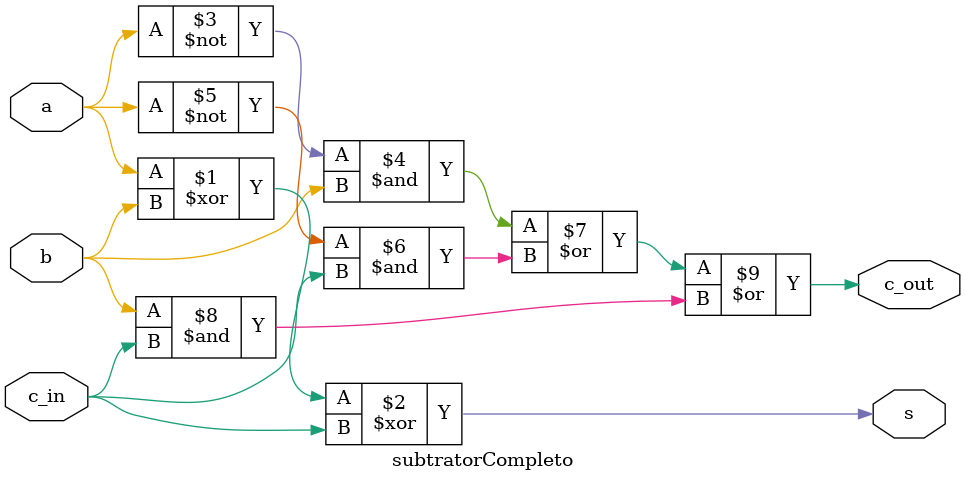
<source format=v>
module subtratorCompleto(a, b, c_in, s, c_out);

    input a, b, c_in;
    output s, c_out;

    assign s = a ^ b ^ c_in;
    assign c_out = (~a & b) | (~a & c_in) | (b & c_in);

endmodule
</source>
